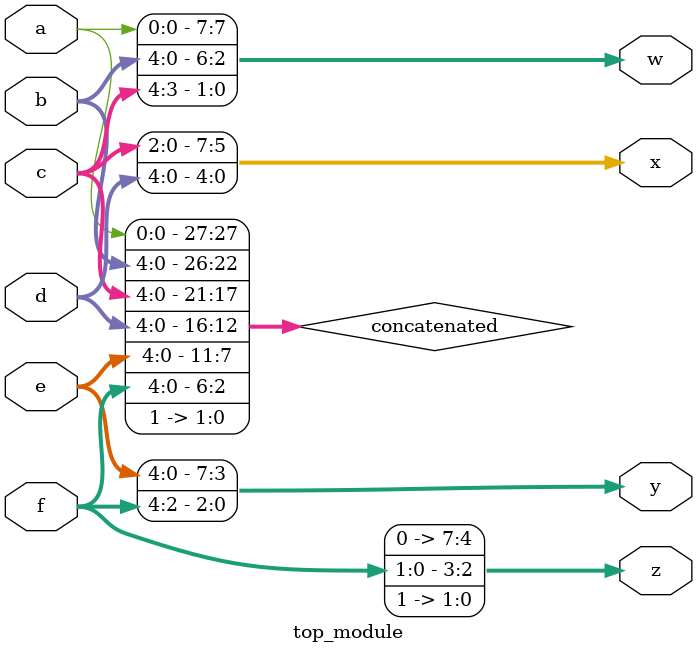
<source format=sv>
module top_module (
    input [4:0] a,
    input [4:0] b,
    input [4:0] c,
    input [4:0] d,
    input [4:0] e,
    input [4:0] f,
    output [7:0] w,
    output [7:0] x,
    output [7:0] y,
    output [7:0] z
);

    wire [27:0] concatenated;

    assign concatenated = {a, b, c, d, e, f, 2'b11};
    assign w = concatenated[27:20];
    assign x = concatenated[19:12];
    assign y = concatenated[11:4];
    assign z = concatenated[3:0];

endmodule

</source>
